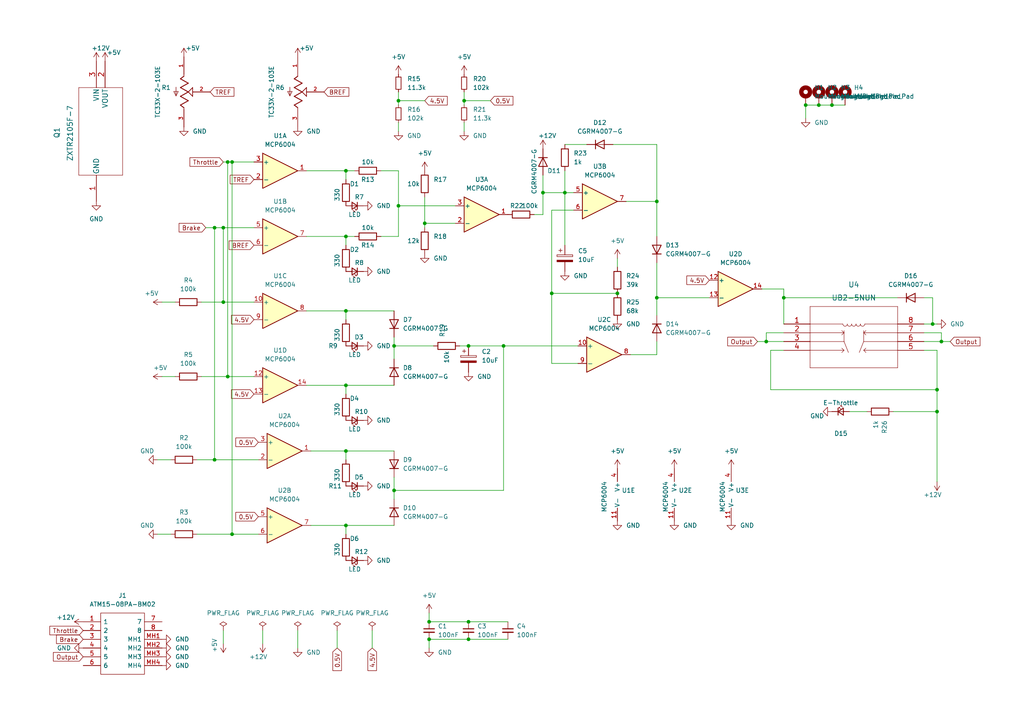
<source format=kicad_sch>
(kicad_sch (version 20211123) (generator eeschema)
  (paper "A4")
  (title_block (date "2022-11-03") (rev "v02"))
  (lib_symbols
    (symbol "ATM15:ATM15-08PA-BM02" (pin_names (offset 0.762))
      (property "Reference" "J" (at 19.05 7.62 0))
      (property "Value" "ATM15-08PA-BM02" (at 19.05 5.08 0))
      (symbol "ATM15-08PA-BM02_0_0"
        (pin passive line (at 0 0 0) (length 5.08) (name "1") (number "1"))
        (pin passive line (at 0 -2.54 0) (length 5.08) (name "2") (number "2"))
        (pin passive line (at 0 -5.08 0) (length 5.08) (name "3") (number "3"))
        (pin passive line (at 0 -7.62 0) (length 5.08) (name "4") (number "4"))
        (pin passive line (at 0 -10.16 0) (length 5.08) (name "5") (number "5"))
        (pin passive line (at 0 -12.7 0) (length 5.08) (name "6") (number "6"))
        (pin passive line (at 22.86 0 180) (length 5.08) (name "7") (number "7"))
        (pin passive line (at 22.86 -2.54 180) (length 5.08) (name "8") (number "8"))
        (pin passive line (at 22.86 -5.08 180) (length 5.08) (name "MH1") (number "MH1"))
        (pin passive line (at 22.86 -7.62 180) (length 5.08) (name "MH2") (number "MH2"))
        (pin passive line (at 22.86 -10.16 180) (length 5.08) (name "MH3") (number "MH3"))
        (pin passive line (at 22.86 -12.7 180) (length 5.08) (name "MH4") (number "MH4"))
      )
    )
    (symbol "Amplifier_Operational:MCP6004" (pin_names (offset 0.127))
      (property "Reference" "U" (at 0 5.08 0))
      (property "Value" "MCP6004" (at 0 -5.08 0))
      (symbol "MCP6004_1_1"
        (pin output line (at 7.62 0 180) (length 2.54) (name "~") (number "1"))
        (pin input line (at -7.62 -2.54 0) (length 2.54) (name "-") (number "2"))
        (pin input line (at -7.62 2.54 0) (length 2.54) (name "+") (number "3"))
      )
      (symbol "MCP6004_2_1"
        (pin input line (at -7.62 2.54 0) (length 2.54) (name "+") (number "5"))
        (pin input line (at -7.62 -2.54 0) (length 2.54) (name "-") (number "6"))
        (pin output line (at 7.62 0 180) (length 2.54) (name "~") (number "7"))
      )
      (symbol "MCP6004_3_1"
        (pin input line (at -7.62 2.54 0) (length 2.54) (name "+") (number "10"))
        (pin output line (at 7.62 0 180) (length 2.54) (name "~") (number "8"))
        (pin input line (at -7.62 -2.54 0) (length 2.54) (name "-") (number "9"))
      )
      (symbol "MCP6004_4_1"
        (pin input line (at -7.62 2.54 0) (length 2.54) (name "+") (number "12"))
        (pin input line (at -7.62 -2.54 0) (length 2.54) (name "-") (number "13"))
        (pin output line (at 7.62 0 180) (length 2.54) (name "~") (number "14"))
      )
      (symbol "MCP6004_5_1"
        (pin power_in line (at -2.54 -7.62 90) (length 3.81) (name "V-") (number "11"))
        (pin power_in line (at -2.54 7.62 270) (length 3.81) (name "V+") (number "4"))
      )
    )
    (symbol "Device:C_Polarized" (pin_numbers hide) (pin_names (offset 0.254))
      (property "Reference" "C" (at 0.635 2.54 0))
      (property "Value" "C_Polarized" (at 0.635 -2.54 0))
      (symbol "C_Polarized_1_1"
        (pin passive line (at 0 3.81 270) (length 2.794) (name "~") (number "1"))
        (pin passive line (at 0 -3.81 90) (length 2.794) (name "~") (number "2"))
      )
    )
    (symbol "Device:C_Small" (pin_numbers hide) (pin_names (offset 0.254) hide)
      (property "Reference" "C" (at 0.254 1.778 0))
      (property "Value" "C_Small" (at 0.254 -2.032 0))
      (symbol "C_Small_1_1"
        (pin passive line (at 0 2.54 270) (length 2.032) (name "~") (number "1"))
        (pin passive line (at 0 -2.54 90) (length 2.032) (name "~") (number "2"))
      )
    )
    (symbol "Device:LED_Small" (pin_numbers hide) (pin_names (offset 0.254) hide)
      (property "Reference" "D" (at -1.27 3.175 0))
      (property "Value" "LED_Small" (at -4.445 -2.54 0))
      (symbol "LED_Small_1_1"
        (pin passive line (at -2.54 0 0) (length 1.778) (name "K") (number "1"))
        (pin passive line (at 2.54 0 180) (length 1.778) (name "A") (number "2"))
      )
    )
    (symbol "Device:R" (pin_numbers hide) (pin_names (offset 0))
      (property "Reference" "R" (at 2.032 0 90))
      (property "Value" "R" (at 0 0 90))
      (symbol "R_1_1"
        (pin passive line (at 0 3.81 270) (length 1.27) (name "~") (number "1"))
        (pin passive line (at 0 -3.81 90) (length 1.27) (name "~") (number "2"))
      )
    )
    (symbol "Device:R_Small" (pin_numbers hide) (pin_names (offset 0.254) hide)
      (property "Reference" "R" (at 0.762 0.508 0))
      (property "Value" "R_Small" (at 0.762 -1.016 0))
      (symbol "R_Small_1_1"
        (pin passive line (at 0 2.54 270) (length 0.762) (name "~") (number "1"))
        (pin passive line (at 0 -2.54 90) (length 0.762) (name "~") (number "2"))
      )
    )
    (symbol "Diode:1N5401" (pin_numbers hide) (pin_names (offset 1.016) hide)
      (property "Reference" "D" (at 0 2.54 0))
      (property "Value" "1N5401" (at 0 -2.54 0))
      (symbol "1N5401_1_1"
        (pin passive line (at -3.81 0 0) (length 2.54) (name "K") (number "1"))
        (pin passive line (at 3.81 0 180) (length 2.54) (name "A") (number "2"))
      )
    )
    (symbol "Mechanical:MountingHole_Pad" (pin_numbers hide) (pin_names (offset 1.016) hide)
      (property "Reference" "H" (at 0 6.35 0))
      (property "Value" "MountingHole_Pad" (at 0 4.445 0))
      (symbol "MountingHole_Pad_1_1"
        (pin input line (at 0 -2.54 90) (length 2.54) (name "1") (number "1"))
      )
    )
    (symbol "TC33X-2-103E:TC33X-2-103E" (pin_names (offset 1.016) hide)
      (property "Reference" "R" (at 3.048 3.81 0))
      (property "Value" "TC33X-2-103E" (at 2.54 -5.08 0))
      (symbol "TC33X-2-103E_0_0"
        (pin passive line (at -10.16 0 0) (length 5.08) (name "~") (number "1"))
        (pin passive line (at 0 7.62 270) (length 5.08) (name "~") (number "2"))
        (pin passive line (at 10.16 0 180) (length 5.08) (name "~") (number "3"))
      )
    )
    (symbol "UB2-5NUN:UB2-5NUN" (pin_names (offset 0.254) hide)
      (property "Reference" "U" (at 20.32 10.16 0))
      (property "Value" "UB2-5NUN" (at 20.32 7.62 0))
      (symbol "UB2-5NUN_1_1"
        (pin unspecified line (at 0 0 0) (length 7.62) (name "1") (number "1"))
        (pin unspecified line (at 0 -2.54 0) (length 7.62) (name "2") (number "2"))
        (pin unspecified line (at 0 -5.08 0) (length 7.62) (name "3") (number "3"))
        (pin unspecified line (at 0 -7.62 0) (length 7.62) (name "4") (number "4"))
        (pin unspecified line (at 40.64 -7.62 180) (length 7.62) (name "5") (number "5"))
        (pin unspecified line (at 40.64 -5.08 180) (length 7.62) (name "6") (number "6"))
        (pin unspecified line (at 40.64 -2.54 180) (length 7.62) (name "7") (number "7"))
        (pin unspecified line (at 40.64 0 180) (length 7.62) (name "8") (number "8"))
      )
    )
    (symbol "ZXTR2105F-7:ZXTR2105F-7" (pin_names (offset 0.254))
      (property "Reference" "Q" (at 20.32 10.16 0))
      (property "Value" "ZXTR2105F-7" (at 20.32 7.62 0))
      (symbol "ZXTR2105F-7_1_1"
        (pin power_in line (at 0 0 0) (length 7.62) (name "GND") (number "1"))
        (pin output line (at 40.64 -2.54 180) (length 7.62) (name "VOUT") (number "2"))
        (pin power_in line (at 40.64 0 180) (length 7.62) (name "VIN") (number "3"))
      )
    )
    (symbol "power:+12V" (power) (pin_names (offset 0))
      (property "Value" "+12V" (at 0 3.556 0))
      (symbol "+12V_1_1"
        (pin power_in line (at 0 0 90) (length 0) hide (name "+12V") (number "1"))
      )
    )
    (symbol "power:+5V" (power) (pin_names (offset 0))
      (property "Value" "+5V" (at 0 3.556 0))
      (symbol "+5V_1_1"
        (pin power_in line (at 0 0 90) (length 0) hide (name "+5V") (number "1"))
      )
    )
    (symbol "power:GND" (power) (pin_names (offset 0))
      (property "Value" "GND" (at 0 -3.81 0))
      (symbol "GND_1_1"
        (pin power_in line (at 0 0 270) (length 0) hide (name "GND") (number "1"))
      )
    )
    (symbol "power:PWR_FLAG" (power) (pin_numbers hide) (pin_names (offset 0) hide)
      (property "Value" "PWR_FLAG" (at 0 3.81 0))
      (symbol "PWR_FLAG_0_0"
        (pin power_out line (at 0 0 90) (length 0) (name "pwr") (number "1"))
      )
    )
  )
  (junction (at 227.33 86.36))
  (junction (at 134.62 29.21))
  (junction (at 124.46 180.34))
  (junction (at 135.89 100.33))
  (junction (at 100.33 68.58))
  (junction (at 135.89 185.42))
  (junction (at 190.5 58.42))
  (junction (at 271.78 113.03))
  (junction (at 62.23 133.35))
  (junction (at 114.3 142.24))
  (junction (at 100.33 49.53))
  (junction (at 270.51 93.98))
  (junction (at 100.33 111.76))
  (junction (at 163.83 55.88))
  (junction (at 179.07 85.09))
  (junction (at 115.57 29.21))
  (junction (at 123.19 64.77))
  (junction (at 67.31 46.99))
  (junction (at 100.33 130.81))
  (junction (at 66.04 46.99))
  (junction (at 64.77 66.04))
  (junction (at 273.05 99.06))
  (junction (at 67.31 154.94))
  (junction (at 115.57 59.69))
  (junction (at 135.89 180.34))
  (junction (at 100.33 152.4))
  (junction (at 114.3 100.33))
  (junction (at 190.5 86.36))
  (junction (at 237.49 30.48))
  (junction (at 222.25 99.06))
  (junction (at 64.77 87.63))
  (junction (at 160.02 85.09))
  (junction (at 100.33 90.17))
  (junction (at 241.3 30.48))
  (junction (at 233.68 30.48))
  (junction (at 271.78 119.38))
  (junction (at 124.46 185.42))
  (junction (at 146.05 100.33))
  (junction (at 157.48 55.88))
  (junction (at 66.04 109.22))
  (junction (at 62.23 66.04))
  (wire (pts (xy 160.02 60.96) (xy 166.37 60.96)))
  (wire (pts (xy 124.46 185.42) (xy 135.89 185.42)))
  (wire (pts (xy 110.49 49.53) (xy 115.57 49.53)))
  (wire (pts (xy 160.02 85.09) (xy 179.07 85.09)))
  (wire (pts (xy 88.9 68.58) (xy 100.33 68.58)))
  (wire (pts (xy 66.04 46.99) (xy 66.04 109.22)))
  (wire (pts (xy 58.42 109.22) (xy 66.04 109.22)))
  (wire (pts (xy 100.33 68.58) (xy 102.87 68.58)))
  (wire (pts (xy 100.33 68.58) (xy 100.33 71.12)))
  (wire (pts (xy 115.57 26.67) (xy 115.57 29.21)))
  (wire (pts (xy 100.33 111.76) (xy 114.3 111.76)))
  (wire (pts (xy 124.46 177.8) (xy 124.46 180.34)))
  (wire (pts (xy 219.71 99.06) (xy 222.25 99.06)))
  (wire (pts (xy 67.31 46.99) (xy 67.31 154.94)))
  (wire (pts (xy 270.51 86.36) (xy 267.97 86.36)))
  (wire (pts (xy 100.33 111.76) (xy 100.33 114.3)))
  (wire (pts (xy 182.88 102.87) (xy 190.5 102.87)))
  (wire (pts (xy 97.79 182.88) (xy 97.79 187.96)))
  (wire (pts (xy 46.99 109.22) (xy 50.8 109.22)))
  (wire (pts (xy 90.17 130.81) (xy 100.33 130.81)))
  (wire (pts (xy 100.33 90.17) (xy 114.3 90.17)))
  (wire (pts (xy 227.33 86.36) (xy 227.33 93.98)))
  (wire (pts (xy 62.23 66.04) (xy 64.77 66.04)))
  (wire (pts (xy 86.36 182.88) (xy 86.36 187.96)))
  (wire (pts (xy 135.89 185.42) (xy 147.32 185.42)))
  (wire (pts (xy 114.3 138.43) (xy 114.3 142.24)))
  (wire (pts (xy 270.51 93.98) (xy 270.51 86.36)))
  (wire (pts (xy 115.57 59.69) (xy 132.08 59.69)))
  (wire (pts (xy 241.3 30.48) (xy 245.11 30.48)))
  (wire (pts (xy 114.3 142.24) (xy 146.05 142.24)))
  (wire (pts (xy 271.78 119.38) (xy 271.78 139.7)))
  (wire (pts (xy 133.35 100.33) (xy 135.89 100.33)))
  (wire (pts (xy 100.33 49.53) (xy 102.87 49.53)))
  (wire (pts (xy 59.69 66.04) (xy 62.23 66.04)))
  (wire (pts (xy 259.08 119.38) (xy 271.78 119.38)))
  (wire (pts (xy 135.89 100.33) (xy 146.05 100.33)))
  (wire (pts (xy 114.3 142.24) (xy 114.3 144.78)))
  (wire (pts (xy 100.33 130.81) (xy 114.3 130.81)))
  (wire (pts (xy 270.51 93.98) (xy 271.78 93.98)))
  (wire (pts (xy 67.31 154.94) (xy 74.93 154.94)))
  (wire (pts (xy 62.23 66.04) (xy 62.23 133.35)))
  (wire (pts (xy 179.07 74.93) (xy 179.07 77.47)))
  (wire (pts (xy 227.33 96.52) (xy 222.25 96.52)))
  (wire (pts (xy 57.15 133.35) (xy 62.23 133.35)))
  (wire (pts (xy 146.05 142.24) (xy 146.05 100.33)))
  (wire (pts (xy 64.77 182.88) (xy 64.77 186.69)))
  (wire (pts (xy 220.98 83.82) (xy 227.33 83.82)))
  (wire (pts (xy 190.5 58.42) (xy 190.5 68.58)))
  (wire (pts (xy 223.52 101.6) (xy 227.33 101.6)))
  (wire (pts (xy 115.57 49.53) (xy 115.57 59.69)))
  (wire (pts (xy 205.74 86.36) (xy 190.5 86.36)))
  (wire (pts (xy 157.48 55.88) (xy 157.48 62.23)))
  (wire (pts (xy 88.9 49.53) (xy 100.33 49.53)))
  (wire (pts (xy 134.62 35.56) (xy 134.62 38.1)))
  (wire (pts (xy 222.25 96.52) (xy 222.25 99.06)))
  (wire (pts (xy 88.9 111.76) (xy 100.33 111.76)))
  (wire (pts (xy 100.33 130.81) (xy 100.33 133.35)))
  (wire (pts (xy 134.62 29.21) (xy 142.24 29.21)))
  (wire (pts (xy 157.48 55.88) (xy 163.83 55.88)))
  (wire (pts (xy 271.78 113.03) (xy 271.78 101.6)))
  (wire (pts (xy 100.33 152.4) (xy 114.3 152.4)))
  (wire (pts (xy 67.31 46.99) (xy 73.66 46.99)))
  (wire (pts (xy 64.77 66.04) (xy 64.77 87.63)))
  (wire (pts (xy 64.77 46.99) (xy 66.04 46.99)))
  (wire (pts (xy 88.9 90.17) (xy 100.33 90.17)))
  (wire (pts (xy 267.97 99.06) (xy 273.05 99.06)))
  (wire (pts (xy 251.46 119.38) (xy 246.38 119.38)))
  (wire (pts (xy 124.46 185.42) (xy 124.46 187.96)))
  (wire (pts (xy 134.62 29.21) (xy 134.62 30.48)))
  (wire (pts (xy 64.77 66.04) (xy 73.66 66.04)))
  (wire (pts (xy 222.25 99.06) (xy 227.33 99.06)))
  (wire (pts (xy 271.78 101.6) (xy 267.97 101.6)))
  (wire (pts (xy 124.46 180.34) (xy 135.89 180.34)))
  (wire (pts (xy 223.52 113.03) (xy 271.78 113.03)))
  (wire (pts (xy 100.33 152.4) (xy 100.33 154.94)))
  (wire (pts (xy 273.05 99.06) (xy 275.59 99.06)))
  (wire (pts (xy 115.57 29.21) (xy 115.57 30.48)))
  (wire (pts (xy 58.42 87.63) (xy 64.77 87.63)))
  (wire (pts (xy 115.57 59.69) (xy 115.57 68.58)))
  (wire (pts (xy 100.33 49.53) (xy 100.33 52.07)))
  (wire (pts (xy 123.19 57.15) (xy 123.19 64.77)))
  (wire (pts (xy 181.61 58.42) (xy 190.5 58.42)))
  (wire (pts (xy 114.3 100.33) (xy 114.3 104.14)))
  (wire (pts (xy 115.57 35.56) (xy 115.57 38.1)))
  (wire (pts (xy 57.15 154.94) (xy 67.31 154.94)))
  (wire (pts (xy 190.5 99.06) (xy 190.5 102.87)))
  (wire (pts (xy 123.19 64.77) (xy 123.19 66.04)))
  (wire (pts (xy 62.23 133.35) (xy 74.93 133.35)))
  (wire (pts (xy 100.33 90.17) (xy 100.33 92.71)))
  (wire (pts (xy 76.2 182.88) (xy 76.2 186.69)))
  (wire (pts (xy 227.33 83.82) (xy 227.33 86.36)))
  (wire (pts (xy 157.48 50.8) (xy 157.48 55.88)))
  (wire (pts (xy 271.78 113.03) (xy 271.78 119.38)))
  (wire (pts (xy 163.83 49.53) (xy 163.83 55.88)))
  (wire (pts (xy 115.57 29.21) (xy 123.19 29.21)))
  (wire (pts (xy 267.97 96.52) (xy 273.05 96.52)))
  (wire (pts (xy 167.64 105.41) (xy 160.02 105.41)))
  (wire (pts (xy 267.97 93.98) (xy 270.51 93.98)))
  (wire (pts (xy 163.83 41.91) (xy 170.18 41.91)))
  (wire (pts (xy 123.19 64.77) (xy 132.08 64.77)))
  (wire (pts (xy 190.5 86.36) (xy 190.5 91.44)))
  (wire (pts (xy 135.89 180.34) (xy 147.32 180.34)))
  (wire (pts (xy 160.02 60.96) (xy 160.02 85.09)))
  (wire (pts (xy 177.8 41.91) (xy 190.5 41.91)))
  (wire (pts (xy 46.99 87.63) (xy 50.8 87.63)))
  (wire (pts (xy 90.17 152.4) (xy 100.33 152.4)))
  (wire (pts (xy 110.49 68.58) (xy 115.57 68.58)))
  (wire (pts (xy 154.94 62.23) (xy 157.48 62.23)))
  (wire (pts (xy 233.68 30.48) (xy 237.49 30.48)))
  (wire (pts (xy 190.5 76.2) (xy 190.5 86.36)))
  (wire (pts (xy 45.72 133.35) (xy 49.53 133.35)))
  (wire (pts (xy 66.04 109.22) (xy 73.66 109.22)))
  (wire (pts (xy 227.33 86.36) (xy 260.35 86.36)))
  (wire (pts (xy 160.02 85.09) (xy 160.02 105.41)))
  (wire (pts (xy 64.77 87.63) (xy 73.66 87.63)))
  (wire (pts (xy 163.83 55.88) (xy 163.83 71.12)))
  (wire (pts (xy 273.05 96.52) (xy 273.05 99.06)))
  (wire (pts (xy 66.04 46.99) (xy 67.31 46.99)))
  (wire (pts (xy 114.3 100.33) (xy 125.73 100.33)))
  (wire (pts (xy 237.49 30.48) (xy 241.3 30.48)))
  (wire (pts (xy 134.62 26.67) (xy 134.62 29.21)))
  (wire (pts (xy 163.83 55.88) (xy 166.37 55.88)))
  (wire (pts (xy 223.52 113.03) (xy 223.52 101.6)))
  (wire (pts (xy 233.68 30.48) (xy 233.68 34.29)))
  (wire (pts (xy 190.5 41.91) (xy 190.5 58.42)))
  (wire (pts (xy 45.72 154.94) (xy 49.53 154.94)))
  (wire (pts (xy 107.95 182.88) (xy 107.95 187.96)))
  (wire (pts (xy 146.05 100.33) (xy 167.64 100.33)))
  (wire (pts (xy 114.3 97.79) (xy 114.3 100.33)))
  (global_label "4.5V" (shape input) (at 107.95 187.96 270) (property "Intersheet References" "${INTERSHEET_REFS}" (effects hide)))
  (global_label "BREF" (shape input) (at 93.98 26.67 0) (property "Intersheet References" "${INTERSHEET_REFS}" (effects hide)))
  (global_label "BREF" (shape input) (at 73.66 71.12 180) (property "Intersheet References" "${INTERSHEET_REFS}" (effects hide)))
  (global_label "0.5V" (shape input) (at 74.93 128.27 180) (property "Intersheet References" "${INTERSHEET_REFS}" (effects hide)))
  (global_label "TREF" (shape input) (at 60.96 26.67 0) (property "Intersheet References" "${INTERSHEET_REFS}" (effects hide)))
  (global_label "4.5V" (shape input) (at 123.19 29.21 0) (property "Intersheet References" "${INTERSHEET_REFS}" (effects hide)))
  (global_label "Throttle" (shape input) (at 24.13 182.88 180) (property "Intersheet References" "${INTERSHEET_REFS}" (effects hide)))
  (global_label "4.5V" (shape input) (at 205.74 81.28 180) (property "Intersheet References" "${INTERSHEET_REFS}" (effects hide)))
  (global_label "TREF" (shape input) (at 73.66 52.07 180) (property "Intersheet References" "${INTERSHEET_REFS}" (effects hide)))
  (global_label "Brake" (shape input) (at 59.69 66.04 180) (property "Intersheet References" "${INTERSHEET_REFS}" (effects hide)))
  (global_label "0.5V" (shape input) (at 97.79 187.96 270) (property "Intersheet References" "${INTERSHEET_REFS}" (effects hide)))
  (global_label "Output" (shape input) (at 219.71 99.06 180) (property "Intersheet References" "${INTERSHEET_REFS}" (effects hide)))
  (global_label "0.5V" (shape input) (at 142.24 29.21 0) (property "Intersheet References" "${INTERSHEET_REFS}" (effects hide)))
  (global_label "4.5V" (shape input) (at 73.66 114.3 180) (property "Intersheet References" "${INTERSHEET_REFS}" (effects hide)))
  (global_label "4.5V" (shape input) (at 73.66 92.71 180) (property "Intersheet References" "${INTERSHEET_REFS}" (effects hide)))
  (global_label "0.5V" (shape input) (at 74.93 149.86 180) (property "Intersheet References" "${INTERSHEET_REFS}" (effects hide)))
  (global_label "Throttle" (shape input) (at 64.77 46.99 180) (property "Intersheet References" "${INTERSHEET_REFS}" (effects hide)))
  (global_label "Output" (shape input) (at 24.13 190.5 180) (property "Intersheet References" "${INTERSHEET_REFS}" (effects hide)))
  (global_label "Output" (shape input) (at 275.59 99.06 0) (property "Intersheet References" "${INTERSHEET_REFS}" (effects hide)))
  (global_label "Brake" (shape input) (at 24.13 185.42 180) (property "Intersheet References" "${INTERSHEET_REFS}" (effects hide)))
  (symbol (lib_id "Device:R") (at 100.33 96.52 0) (unit 1)
    (property "Reference" "R9" (at 95.25 100.33 0) (effects (justify left)))
    (property "Value" "330" (at 97.79 99.06 90) (effects (justify left)))
    (property "Footprint" "Resistor_SMD:R_01005_0402Metric" (effects hide))
  )
  (symbol (lib_id "Device:R") (at 100.33 55.88 0) (unit 1)
    (property "Reference" "R7" (at 102.87 57.15 0) (effects (justify left)))
    (property "Value" "330" (at 97.79 58.42 90) (effects (justify left)))
    (property "Footprint" "Resistor_SMD:R_01005_0402Metric" (effects hide))
  )
  (symbol (lib_id "Device:LED_Small") (at 102.87 121.92 180) (unit 1)
    (property "Reference" "D4" (at 102.8065 115.57 0))
    (property "Value" "LED" (at 102.87 124.46 0))
    (property "Footprint" "LED_SMD:LED_0402_1005Metric" (effects hide))
    (property "Datasheet" "https://www.vishay.com/docs/82554/vlmo1500.pdf" (effects hide))
  )
  (symbol (lib_id "Amplifier_Operational:MCP6004") (at 81.28 68.58 0) (unit 2)
    (property "Reference" "U1" (at 81.28 58.42 0))
    (property "Value" "MCP6004" (at 81.28 60.96 0))
    (property "Footprint" "MCP6004T-I_ST:SOP65P640X120-14N" (effects hide))
    (property "Datasheet" "https://ww1.microchip.com/downloads/en/DeviceDoc/MCP6001-1R-1U-2-4-1-MHz-Low-Power-Op-Amp-DS20001733L.pdf" (effects hide))
  )
  (symbol (lib_id "Amplifier_Operational:MCP6004") (at 81.28 111.76 0) (unit 4)
    (property "Reference" "U1" (at 81.28 101.6 0))
    (property "Value" "MCP6004" (at 81.28 104.14 0))
    (property "Footprint" "MCP6004T-I_ST:SOP65P640X120-14N" (effects hide))
    (property "Datasheet" "https://ww1.microchip.com/downloads/en/DeviceDoc/MCP6001-1R-1U-2-4-1-MHz-Low-Power-Op-Amp-DS20001733L.pdf" (effects hide))
  )
  (symbol (lib_id "power:+12V") (at 76.2 186.69 180) (unit 1)
    (property "Reference" "#PWR017" (effects hide))
    (property "Value" "+12V" (at 74.93 190.5 0))
  )
  (symbol (lib_id "Device:R") (at 100.33 158.75 0) (unit 1)
    (property "Reference" "R12" (at 102.87 160.02 0) (effects (justify left)))
    (property "Value" "330" (at 97.79 161.29 90) (effects (justify left)))
    (property "Footprint" "Resistor_SMD:R_01005_0402Metric" (effects hide))
  )
  (symbol (lib_id "power:+5V") (at 53.34 16.51 0) (unit 1)
    (property "Reference" "#PWR014" (effects hide))
    (property "Value" "+5V" (at 55.88 13.97 0))
  )
  (symbol (lib_id "power:GND") (at 105.41 78.74 90) (unit 1)
    (property "Reference" "#PWR022" (effects hide))
    (property "Value" "GND" (at 109.22 78.7399 90) (effects (justify right)))
  )
  (symbol (lib_id "power:GND") (at 241.3 119.38 270) (unit 1)
    (property "Reference" "#PWR047" (effects hide))
    (property "Value" "GND" (at 234.95 120.65 90) (effects (justify left)))
  )
  (symbol (lib_id "Amplifier_Operational:MCP6004") (at 214.63 143.51 0) (unit 5)
    (property "Reference" "U3" (at 213.36 142.2399 0) (effects (justify left)))
    (property "Value" "MCP6004" (at 209.55 148.59 90) (effects (justify left)))
    (property "Footprint" "MCP6004T-I_ST:SOP65P640X120-14N" (effects hide))
    (property "Datasheet" "https://ww1.microchip.com/downloads/en/DeviceDoc/MCP6001-1R-1U-2-4-1-MHz-Low-Power-Op-Amp-DS20001733L.pdf" (effects hide))
  )
  (symbol (lib_id "power:GND") (at 134.62 38.1 0) (unit 1)
    (property "Reference" "#PWR034" (effects hide))
    (property "Value" "GND" (at 137.16 39.3699 0) (effects (justify left)))
  )
  (symbol (lib_id "Device:R") (at 179.07 88.9 0) (unit 1)
    (property "Reference" "R25" (at 181.61 87.6299 0) (effects (justify left)))
    (property "Value" "68k" (at 181.61 90.1699 0) (effects (justify left)))
    (property "Footprint" "Resistor_SMD:R_01005_0402Metric" (effects hide))
  )
  (symbol (lib_id "power:GND") (at 46.99 193.04 90) (unit 1)
    (property "Reference" "#PWR013" (effects hide))
    (property "Value" "GND" (at 50.8 193.0399 90) (effects (justify right)))
  )
  (symbol (lib_id "Diode:1N5401") (at 190.5 72.39 90) (unit 1)
    (property "Reference" "D13" (at 193.04 71.1199 90) (effects (justify right)))
    (property "Value" "CGRM4007-G" (at 193.04 73.6599 90) (effects (justify right)))
    (property "Footprint" "Diode_SMD:D_SOD-123" (effects hide))
    (property "Datasheet" "https://www.comchiptech.com/admin/files/product/CGRM4004-G%20Thru%20CGRM4007-G%20RevG.pdf" (effects hide))
  )
  (symbol (lib_id "Device:R") (at 123.19 69.85 0) (unit 1)
    (property "Reference" "R18" (at 125.73 68.5799 0) (effects (justify left)))
    (property "Value" "12k" (at 118.11 69.85 0) (effects (justify left)))
    (property "Footprint" "Resistor_SMD:R_01005_0402Metric" (effects hide))
  )
  (symbol (lib_id "power:+5V") (at 123.19 49.53 0) (unit 1)
    (property "Reference" "#PWR029" (effects hide))
    (property "Value" "+5V" (at 123.19 44.45 0))
  )
  (symbol (lib_id "power:GND") (at 179.07 92.71 0) (unit 1)
    (property "Reference" "#PWR039" (effects hide))
    (property "Value" "GND" (at 181.61 93.9799 0) (effects (justify left)))
  )
  (symbol (lib_id "Device:C_Small") (at 124.46 182.88 0) (unit 1)
    (property "Reference" "C1" (at 127 181.6162 0) (effects (justify left)))
    (property "Value" "100nF" (at 127 184.1562 0) (effects (justify left)))
    (property "Footprint" "Capacitor_SMD:C_0201_0603Metric" (effects hide))
    (property "Datasheet" "https://search.murata.co.jp/Ceramy/image/img/A01X/G101/ENG/GRM033R60J104KE19-01.pdf" (effects hide))
  )
  (symbol (lib_id "power:+5V") (at 46.99 109.22 90) (unit 1)
    (property "Reference" "#PWR09" (effects hide))
    (property "Value" "+5V" (at 44.45 106.68 90) (effects (justify right)))
  )
  (symbol (lib_id "UB2-5NUN:UB2-5NUN") (at 227.33 93.98 0) (unit 1)
    (property "Reference" "U4" (at 247.65 82.55 0) (effects (font (size 1.524 1.524))))
    (property "Value" "UB2-5NUN" (at 247.65 86.36 0) (effects (font (size 1.524 1.524))))
    (property "Footprint" "UB2-5NUN:UB2-5NUN" (effects hide))
    (property "Datasheet" "https://www.mouser.com/datasheet/2/212/1/KEM_R7004_UA2_UB2-1104582.pdf" (effects hide))
  )
  (symbol (lib_id "power:GND") (at 163.83 78.74 0) (unit 1)
    (property "Reference" "#PWR037" (effects hide))
    (property "Value" "GND" (at 166.37 80.0099 0) (effects (justify left)))
  )
  (symbol (lib_id "power:GND") (at 86.36 187.96 0) (unit 1)
    (property "Reference" "#PWR020" (effects hide))
    (property "Value" "GND" (at 88.9 189.2299 0) (effects (justify left)))
  )
  (symbol (lib_id "power:GND") (at 195.58 151.13 0) (unit 1)
    (property "Reference" "#PWR043" (effects hide))
    (property "Value" "GND" (at 198.12 152.3999 0) (effects (justify left)))
  )
  (symbol (lib_id "Amplifier_Operational:MCP6004") (at 198.12 143.51 0) (unit 5)
    (property "Reference" "U2" (at 196.85 142.2399 0) (effects (justify left)))
    (property "Value" "MCP6004" (at 193.04 148.59 90) (effects (justify left)))
    (property "Footprint" "MCP6004T-I_ST:SOP65P640X120-14N" (effects hide))
    (property "Datasheet" "https://ww1.microchip.com/downloads/en/DeviceDoc/MCP6001-1R-1U-2-4-1-MHz-Low-Power-Op-Amp-DS20001733L.pdf" (effects hide))
  )
  (symbol (lib_id "Device:R") (at 151.13 62.23 90) (unit 1)
    (property "Reference" "R22" (at 149.86 59.69 90))
    (property "Value" "100k" (at 153.67 59.69 90))
    (property "Footprint" "Resistor_SMD:R_01005_0402Metric" (effects hide))
  )
  (symbol (lib_id "power:GND") (at 124.46 187.96 0) (unit 1)
    (property "Reference" "#PWR032" (effects hide))
    (property "Value" "GND" (at 127 189.2299 0) (effects (justify left)))
  )
  (symbol (lib_id "power:+12V") (at 271.78 139.7 180) (unit 1)
    (property "Reference" "#PWR049" (effects hide))
    (property "Value" "+12V" (at 270.51 143.51 0))
  )
  (symbol (lib_id "Device:C_Polarized") (at 163.83 74.93 0) (unit 1)
    (property "Reference" "C5" (at 167.64 72.7709 0) (effects (justify left)))
    (property "Value" "10uF" (at 167.64 75.3109 0) (effects (justify left)))
    (property "Footprint" "Capacitor_SMD:C_0805_2012Metric" (effects hide))
    (property "Datasheet" "https://www.mouser.com/datasheet/2/40/AVXC_S_A0011956880_1-2538102.pdf" (effects hide))
  )
  (symbol (lib_id "Device:R") (at 179.07 81.28 0) (unit 1)
    (property "Reference" "R24" (at 181.61 80.0099 0) (effects (justify left)))
    (property "Value" "39k" (at 181.61 82.5499 0) (effects (justify left)))
    (property "Footprint" "Resistor_SMD:R_01005_0402Metric" (effects hide))
  )
  (symbol (lib_id "power:GND") (at 46.99 185.42 90) (unit 1)
    (property "Reference" "#PWR010" (effects hide))
    (property "Value" "GND" (at 50.8 185.4199 90) (effects (justify right)))
  )
  (symbol (lib_id "power:GND") (at 179.07 151.13 0) (unit 1)
    (property "Reference" "#PWR041" (effects hide))
    (property "Value" "GND" (at 181.61 152.3999 0) (effects (justify left)))
  )
  (symbol (lib_id "Diode:1N5401") (at 114.3 93.98 90) (unit 1)
    (property "Reference" "D7" (at 116.84 92.7099 90) (effects (justify right)))
    (property "Value" "CGRM4007-G" (at 116.84 95.2499 90) (effects (justify right)))
    (property "Footprint" "Diode_SMD:D_SOD-123" (effects hide))
    (property "Datasheet" "https://www.comchiptech.com/admin/files/product/CGRM4004-G%20Thru%20CGRM4007-G%20RevG.pdf" (effects hide))
  )
  (symbol (lib_id "power:PWR_FLAG") (at 97.79 182.88 0) (unit 1)
    (property "Reference" "#FLG04" (effects hide))
    (property "Value" "PWR_FLAG" (at 97.79 177.8 0))
  )
  (symbol (lib_id "Device:R") (at 54.61 87.63 90) (unit 1)
    (property "Reference" "R4" (at 54.61 81.28 90))
    (property "Value" "100k" (at 54.61 83.82 90))
    (property "Footprint" "Resistor_SMD:R_01005_0402Metric" (effects hide))
  )
  (symbol (lib_id "power:+5V") (at 46.99 87.63 90) (unit 1)
    (property "Reference" "#PWR08" (effects hide))
    (property "Value" "+5V" (at 41.91 85.09 90) (effects (justify right)))
  )
  (symbol (lib_id "Device:R") (at 100.33 74.93 0) (unit 1)
    (property "Reference" "R8" (at 102.87 76.2 0) (effects (justify left)))
    (property "Value" "330" (at 97.79 77.47 90) (effects (justify left)))
    (property "Footprint" "Resistor_SMD:R_01005_0402Metric" (effects hide))
  )
  (symbol (lib_id "Mechanical:MountingHole_Pad") (at 241.3 27.94 0) (unit 1)
    (property "Reference" "H3" (at 243.84 25.3999 0) (effects (justify left)))
    (property "Value" "MountingHole_Pad" (at 243.84 27.9399 0) (effects (justify left)))
    (property "Footprint" "MountingHole:MountingHole_3.5mm_Pad" (effects hide))
  )
  (symbol (lib_id "Device:R") (at 53.34 154.94 90) (unit 1)
    (property "Reference" "R3" (at 53.34 148.59 90))
    (property "Value" "100k" (at 53.34 151.13 90))
    (property "Footprint" "Resistor_SMD:R_01005_0402Metric" (effects hide))
  )
  (symbol (lib_id "Device:R") (at 106.68 68.58 90) (unit 1)
    (property "Reference" "R14" (at 106.68 71.12 90))
    (property "Value" "10k" (at 106.68 66.04 90))
    (property "Footprint" "Resistor_SMD:R_01005_0402Metric" (effects hide))
  )
  (symbol (lib_id "power:GND") (at 123.19 73.66 0) (unit 1)
    (property "Reference" "#PWR030" (effects hide))
    (property "Value" "GND" (at 125.73 74.9299 0) (effects (justify left)))
  )
  (symbol (lib_id "ATM15:ATM15-08PA-BM02") (at 24.13 180.34 0) (unit 1)
    (property "Reference" "J1" (at 35.56 172.72 0))
    (property "Value" "ATM15-08PA-BM02" (at 35.56 175.26 0))
    (property "Footprint" "ATM15-08PA-BM02:ATM1508PABM02" (effects hide))
    (property "Datasheet" "https://www.amphenol-sine.com/pdf/datasheet/ATM15-08PA-BM02.pdf" (effects hide))
    (property "Description" "Automotive Connectors Str Flng Mnt PCB Rcp 8POS Gry Gld Cont A" (effects hide))
    (property "Height" "30.5" (effects hide))
    (property "Manufacturer_Name" "Amphenol" (effects hide))
    (property "Manufacturer_Part_Number" "ATM15-08PA-BM02" (effects hide))
    (property "Mouser Part Number" "654-ATM15-08PA-BM02" (effects hide))
    (property "Mouser Price/Stock" "https://www.mouser.co.uk/ProductDetail/Amphenol-SINE-Systems/ATM15-08PA-BM02?qs=0lSvoLzn4L9m5bxPR%252BF2uA%3D%3D" (effects hide))
  )
  (symbol (lib_id "Device:R_Small") (at 134.62 24.13 0) (unit 1)
    (property "Reference" "R20" (at 137.16 22.8599 0) (effects (justify left)))
    (property "Value" "102k" (at 137.16 25.3999 0) (effects (justify left)))
    (property "Footprint" "Resistor_SMD:R_01005_0402Metric" (effects hide))
  )
  (symbol (lib_id "Device:LED_Small") (at 243.84 119.38 0) (unit 1)
    (property "Reference" "D15" (at 243.9035 125.73 0))
    (property "Value" "E-Throttle" (at 243.84 116.84 0))
    (property "Footprint" "LED_SMD:LED_0402_1005Metric" (effects hide))
    (property "Datasheet" "https://www.vishay.com/docs/82554/vlmo1500.pdf" (effects hide))
  )
  (symbol (lib_id "Amplifier_Operational:MCP6004") (at 81.28 90.17 0) (unit 3)
    (property "Reference" "U1" (at 81.28 80.01 0))
    (property "Value" "MCP6004" (at 81.28 82.55 0))
    (property "Footprint" "MCP6004T-I_ST:SOP65P640X120-14N" (effects hide))
    (property "Datasheet" "https://ww1.microchip.com/downloads/en/DeviceDoc/MCP6001-1R-1U-2-4-1-MHz-Low-Power-Op-Amp-DS20001733L.pdf" (effects hide))
  )
  (symbol (lib_id "Diode:1N5401") (at 190.5 95.25 270) (unit 1)
    (property "Reference" "D14" (at 193.04 93.9799 90) (effects (justify left)))
    (property "Value" "CGRM4007-G" (at 193.04 96.5199 90) (effects (justify left)))
    (property "Footprint" "Diode_SMD:D_SOD-123" (effects hide))
    (property "Datasheet" "https://www.comchiptech.com/admin/files/product/CGRM4004-G%20Thru%20CGRM4007-G%20RevG.pdf" (effects hide))
  )
  (symbol (lib_id "power:GND") (at 212.09 151.13 0) (unit 1)
    (property "Reference" "#PWR045" (effects hide))
    (property "Value" "GND" (at 214.63 152.3999 0) (effects (justify left)))
  )
  (symbol (lib_id "Device:LED_Small") (at 102.87 100.33 180) (unit 1)
    (property "Reference" "D3" (at 104.14 97.79 0))
    (property "Value" "LED" (at 102.87 102.87 0))
    (property "Footprint" "LED_SMD:LED_0402_1005Metric" (effects hide))
    (property "Datasheet" "https://www.vishay.com/docs/82554/vlmo1500.pdf" (effects hide))
  )
  (symbol (lib_id "Amplifier_Operational:MCP6004") (at 175.26 102.87 0) (unit 3)
    (property "Reference" "U2" (at 175.26 92.71 0))
    (property "Value" "MCP6004" (at 175.26 95.25 0))
    (property "Footprint" "MCP6004T-I_ST:SOP65P640X120-14N" (effects hide))
    (property "Datasheet" "https://ww1.microchip.com/downloads/en/DeviceDoc/MCP6001-1R-1U-2-4-1-MHz-Low-Power-Op-Amp-DS20001733L.pdf" (effects hide))
  )
  (symbol (lib_id "power:+5V") (at 134.62 21.59 0) (unit 1)
    (property "Reference" "#PWR033" (effects hide))
    (property "Value" "+5V" (at 134.62 16.51 0))
  )
  (symbol (lib_id "power:GND") (at 105.41 162.56 90) (unit 1)
    (property "Reference" "#PWR026" (effects hide))
    (property "Value" "GND" (at 109.22 162.5599 90) (effects (justify right)))
  )
  (symbol (lib_id "power:PWR_FLAG") (at 64.77 182.88 0) (unit 1)
    (property "Reference" "#FLG01" (effects hide))
    (property "Value" "PWR_FLAG" (at 64.77 177.8 0))
  )
  (symbol (lib_id "power:GND") (at 105.41 121.92 90) (unit 1)
    (property "Reference" "#PWR024" (effects hide))
    (property "Value" "GND" (at 109.22 121.9199 90) (effects (justify right)))
  )
  (symbol (lib_id "Amplifier_Operational:MCP6004") (at 213.36 83.82 0) (unit 4)
    (property "Reference" "U2" (at 213.36 73.66 0))
    (property "Value" "MCP6004" (at 213.36 76.2 0))
    (property "Footprint" "MCP6004T-I_ST:SOP65P640X120-14N" (effects hide))
    (property "Datasheet" "https://ww1.microchip.com/downloads/en/DeviceDoc/MCP6001-1R-1U-2-4-1-MHz-Low-Power-Op-Amp-DS20001733L.pdf" (effects hide))
  )
  (symbol (lib_id "Diode:1N5401") (at 157.48 46.99 270) (unit 1)
    (property "Reference" "D11" (at 158.75 49.53 90) (effects (justify left)))
    (property "Value" "CGRM4007-G" (at 154.94 43.18 0) (effects (justify left)))
    (property "Footprint" "Diode_SMD:D_SOD-123" (effects hide))
    (property "Datasheet" "https://www.comchiptech.com/admin/files/product/CGRM4004-G%20Thru%20CGRM4007-G%20RevG.pdf" (effects hide))
  )
  (symbol (lib_id "power:GND") (at 53.34 36.83 0) (unit 1)
    (property "Reference" "#PWR015" (effects hide))
    (property "Value" "GND" (at 55.88 38.0999 0) (effects (justify left)))
  )
  (symbol (lib_id "power:PWR_FLAG") (at 86.36 182.88 0) (unit 1)
    (property "Reference" "#FLG03" (effects hide))
    (property "Value" "PWR_FLAG" (at 86.36 177.8 0))
  )
  (symbol (lib_id "Device:R") (at 53.34 133.35 90) (unit 1)
    (property "Reference" "R2" (at 53.34 127 90))
    (property "Value" "100k" (at 53.34 129.54 90))
    (property "Footprint" "Resistor_SMD:R_01005_0402Metric" (effects hide))
  )
  (symbol (lib_id "Diode:1N5401") (at 114.3 134.62 90) (unit 1)
    (property "Reference" "D9" (at 116.84 133.3499 90) (effects (justify right)))
    (property "Value" "CGRM4007-G" (at 116.84 135.8899 90) (effects (justify right)))
    (property "Footprint" "Diode_SMD:D_SOD-123" (effects hide))
    (property "Datasheet" "https://www.comchiptech.com/admin/files/product/CGRM4004-G%20Thru%20CGRM4007-G%20RevG.pdf" (effects hide))
  )
  (symbol (lib_id "Diode:1N5401") (at 264.16 86.36 0) (unit 1)
    (property "Reference" "D16" (at 264.16 80.01 0))
    (property "Value" "CGRM4007-G" (at 264.16 82.55 0))
    (property "Footprint" "Diode_SMD:D_SOD-123" (effects hide))
    (property "Datasheet" "https://www.comchiptech.com/admin/files/product/CGRM4004-G%20Thru%20CGRM4007-G%20RevG.pdf" (effects hide))
  )
  (symbol (lib_id "Device:R") (at 129.54 100.33 90) (unit 1)
    (property "Reference" "R19" (at 128.2699 97.79 0) (effects (justify left)))
    (property "Value" "10k" (at 129.54 105.41 0) (effects (justify left)))
    (property "Footprint" "Resistor_SMD:R_01005_0402Metric" (effects hide))
  )
  (symbol (lib_id "power:GND") (at 45.72 154.94 270) (unit 1)
    (property "Reference" "#PWR07" (effects hide))
    (property "Value" "GND" (at 40.64 152.4 90) (effects (justify left)))
  )
  (symbol (lib_id "power:+5V") (at 86.36 16.51 0) (unit 1)
    (property "Reference" "#PWR018" (effects hide))
    (property "Value" "+5V" (at 88.9 13.97 0))
  )
  (symbol (lib_id "power:GND") (at 105.41 140.97 90) (unit 1)
    (property "Reference" "#PWR025" (effects hide))
    (property "Value" "GND" (at 109.22 140.9699 90) (effects (justify right)))
  )
  (symbol (lib_id "Amplifier_Operational:MCP6004") (at 82.55 130.81 0) (unit 1)
    (property "Reference" "U2" (at 82.55 120.65 0))
    (property "Value" "MCP6004" (at 82.55 123.19 0))
    (property "Footprint" "MCP6004T-I_ST:SOP65P640X120-14N" (effects hide))
    (property "Datasheet" "https://ww1.microchip.com/downloads/en/DeviceDoc/MCP6001-1R-1U-2-4-1-MHz-Low-Power-Op-Amp-DS20001733L.pdf" (effects hide))
  )
  (symbol (lib_id "Device:R_Small") (at 115.57 33.02 0) (unit 1)
    (property "Reference" "R16" (at 118.11 31.7499 0) (effects (justify left)))
    (property "Value" "102k" (at 118.11 34.2899 0) (effects (justify left)))
    (property "Footprint" "Resistor_SMD:R_01005_0402Metric" (effects hide))
  )
  (symbol (lib_id "power:GND") (at 135.89 107.95 0) (unit 1)
    (property "Reference" "#PWR035" (effects hide))
    (property "Value" "GND" (at 138.43 109.2199 0) (effects (justify left)))
  )
  (symbol (lib_id "Device:R_Small") (at 134.62 33.02 0) (unit 1)
    (property "Reference" "R21" (at 137.16 31.7499 0) (effects (justify left)))
    (property "Value" "11.3k" (at 137.16 34.2899 0) (effects (justify left)))
    (property "Footprint" "Resistor_SMD:R_01005_0402Metric" (effects hide))
  )
  (symbol (lib_id "Device:R") (at 255.27 119.38 270) (unit 1)
    (property "Reference" "R26" (at 256.5401 121.92 0) (effects (justify left)))
    (property "Value" "1k" (at 254.0001 121.92 0) (effects (justify left)))
    (property "Footprint" "Resistor_SMD:R_01005_0402Metric" (effects hide))
  )
  (symbol (lib_id "power:GND") (at 271.78 93.98 90) (unit 1)
    (property "Reference" "#PWR048" (effects hide))
    (property "Value" "GND" (at 275.59 93.9799 90) (effects (justify right)))
  )
  (symbol (lib_id "power:GND") (at 105.41 59.69 90) (unit 1)
    (property "Reference" "#PWR021" (effects hide))
    (property "Value" "GND" (at 109.22 59.6899 90) (effects (justify right)))
  )
  (symbol (lib_id "Diode:1N5401") (at 114.3 148.59 270) (unit 1)
    (property "Reference" "D10" (at 116.84 147.3199 90) (effects (justify left)))
    (property "Value" "CGRM4007-G" (at 116.84 149.8599 90) (effects (justify left)))
    (property "Footprint" "Diode_SMD:D_SOD-123" (effects hide))
    (property "Datasheet" "https://www.comchiptech.com/admin/files/product/CGRM4004-G%20Thru%20CGRM4007-G%20RevG.pdf" (effects hide))
  )
  (symbol (lib_id "power:GND") (at 46.99 187.96 90) (unit 1)
    (property "Reference" "#PWR011" (effects hide))
    (property "Value" "GND" (at 50.8 187.9599 90) (effects (justify right)))
  )
  (symbol (lib_id "power:+5V") (at 64.77 186.69 180) (unit 1)
    (property "Reference" "#PWR016" (effects hide))
    (property "Value" "+5V" (at 62.23 189.23 90) (effects (justify right)))
  )
  (symbol (lib_id "power:GND") (at 46.99 190.5 90) (unit 1)
    (property "Reference" "#PWR012" (effects hide))
    (property "Value" "GND" (at 50.8 190.4999 90) (effects (justify right)))
  )
  (symbol (lib_id "Device:R") (at 100.33 118.11 0) (unit 1)
    (property "Reference" "R10" (at 102.87 119.38 0) (effects (justify left)))
    (property "Value" "330" (at 97.79 120.65 90) (effects (justify left)))
    (property "Footprint" "Resistor_SMD:R_01005_0402Metric" (effects hide))
  )
  (symbol (lib_id "power:+5V") (at 195.58 135.89 0) (unit 1)
    (property "Reference" "#PWR042" (effects hide))
    (property "Value" "+5V" (at 195.58 130.81 0))
  )
  (symbol (lib_id "Device:C_Polarized") (at 135.89 104.14 0) (unit 1)
    (property "Reference" "C2" (at 139.7 101.9809 0) (effects (justify left)))
    (property "Value" "10uF" (at 139.7 104.5209 0) (effects (justify left)))
    (property "Footprint" "Capacitor_SMD:C_0805_2012Metric" (effects hide))
    (property "Datasheet" "https://www.mouser.com/datasheet/2/40/AVXC_S_A0011956880_1-2538102.pdf" (effects hide))
  )
  (symbol (lib_id "Amplifier_Operational:MCP6004") (at 139.7 62.23 0) (unit 1)
    (property "Reference" "U3" (at 139.7 52.07 0))
    (property "Value" "MCP6004" (at 139.7 54.61 0))
    (property "Footprint" "MCP6004T-I_ST:SOP65P640X120-14N" (effects hide))
    (property "Datasheet" "https://ww1.microchip.com/downloads/en/DeviceDoc/MCP6001-1R-1U-2-4-1-MHz-Low-Power-Op-Amp-DS20001733L.pdf" (effects hide))
  )
  (symbol (lib_id "Device:C_Small") (at 135.89 182.88 0) (unit 1)
    (property "Reference" "C3" (at 138.43 181.6162 0) (effects (justify left)))
    (property "Value" "100nF" (at 138.43 184.1562 0) (effects (justify left)))
    (property "Footprint" "Capacitor_SMD:C_0201_0603Metric" (effects hide))
    (property "Datasheet" "https://search.murata.co.jp/Ceramy/image/img/A01X/G101/ENG/GRM033R60J104KE19-01.pdf" (effects hide))
  )
  (symbol (lib_id "Mechanical:MountingHole_Pad") (at 237.49 27.94 0) (unit 1)
    (property "Reference" "H2" (at 240.03 25.3999 0) (effects (justify left)))
    (property "Value" "MountingHole_Pad" (at 240.03 27.9399 0) (effects (justify left)))
    (property "Footprint" "MountingHole:MountingHole_3.5mm_Pad" (effects hide))
  )
  (symbol (lib_id "TC33X-2-103E:TC33X-2-103E") (at 53.34 26.67 270) (unit 1)
    (property "Reference" "R1" (at 49.53 25.3999 90) (effects (justify right)))
    (property "Value" "TC33X-2-103E" (at 45.72 34.29 0) (effects (justify right)))
    (property "Footprint" "TC33X-2-103E:TRIM_TC33X-2-103E" (effects hide))
    (property "Datasheet" "https://www.bourns.com/docs/Product-Datasheets/TC33.pdf" (effects hide))
    (property "AVAILABILITY" "Unavailable" (effects hide))
    (property "DESCRIPTION" "Res Trimmer 100K Ohm 25% 1/10W 1_Elec_/1_Mech_Turn _3 X 3.8mm_ Foot Print SMD Embossed T/R" (effects hide))
    (property "MP" "TC33X-2-104E" (effects hide))
    (property "PRICE" "None" (effects hide))
    (property "MF" "Bourns" (effects hide))
    (property "PACKAGE" "Bourns" (effects hide))
  )
  (symbol (lib_id "power:+5V") (at 124.46 177.8 0) (unit 1)
    (property "Reference" "#PWR031" (effects hide))
    (property "Value" "+5V" (at 124.46 172.72 0))
  )
  (symbol (lib_id "power:+5V") (at 212.09 135.89 0) (unit 1)
    (property "Reference" "#PWR044" (effects hide))
    (property "Value" "+5V" (at 212.09 130.81 0))
  )
  (symbol (lib_id "Device:R") (at 54.61 109.22 90) (unit 1)
    (property "Reference" "R5" (at 54.61 102.87 90))
    (property "Value" "100k" (at 54.61 105.41 90))
    (property "Footprint" "Resistor_SMD:R_01005_0402Metric" (effects hide))
  )
  (symbol (lib_id "power:GND") (at 233.68 34.29 0) (unit 1)
    (property "Reference" "#PWR046" (effects hide))
    (property "Value" "GND" (at 236.22 35.5599 0) (effects (justify left)))
  )
  (symbol (lib_id "power:+12V") (at 24.13 180.34 90) (unit 1)
    (property "Reference" "#PWR01" (effects hide))
    (property "Value" "+12V" (at 19.05 179.07 90))
  )
  (symbol (lib_id "Device:R") (at 163.83 45.72 0) (unit 1)
    (property "Reference" "R23" (at 166.37 44.4499 0) (effects (justify left)))
    (property "Value" "1k" (at 166.37 46.9899 0) (effects (justify left)))
    (property "Footprint" "Resistor_SMD:R_01005_0402Metric" (effects hide))
  )
  (symbol (lib_id "power:GND") (at 24.13 187.96 270) (unit 1)
    (property "Reference" "#PWR02" (effects hide))
    (property "Value" "GND" (at 16.51 187.96 90) (effects (justify left)))
  )
  (symbol (lib_id "Device:LED_Small") (at 102.87 78.74 180) (unit 1)
    (property "Reference" "D2" (at 102.8065 72.39 0))
    (property "Value" "LED" (at 102.87 81.28 0))
    (property "Footprint" "LED_SMD:LED_0402_1005Metric" (effects hide))
    (property "Datasheet" "https://www.vishay.com/docs/82554/vlmo1500.pdf" (effects hide))
  )
  (symbol (lib_id "power:+5V") (at 30.48 17.78 0) (unit 1)
    (property "Reference" "#PWR05" (effects hide))
    (property "Value" "+5V" (at 33.02 15.24 0))
  )
  (symbol (lib_id "Device:C_Small") (at 147.32 182.88 0) (unit 1)
    (property "Reference" "C4" (at 149.86 181.6162 0) (effects (justify left)))
    (property "Value" "100nF" (at 149.86 184.1562 0) (effects (justify left)))
    (property "Footprint" "Capacitor_SMD:C_0201_0603Metric" (effects hide))
    (property "Datasheet" "https://search.murata.co.jp/Ceramy/image/img/A01X/G101/ENG/GRM033R60J104KE19-01.pdf" (effects hide))
  )
  (symbol (lib_id "Device:LED_Small") (at 102.87 140.97 180) (unit 1)
    (property "Reference" "D5" (at 104.14 138.43 0))
    (property "Value" "LED" (at 102.87 143.51 0))
    (property "Footprint" "LED_SMD:LED_0402_1005Metric" (effects hide))
    (property "Datasheet" "https://www.vishay.com/docs/82554/vlmo1500.pdf" (effects hide))
  )
  (symbol (lib_id "Amplifier_Operational:MCP6004") (at 173.99 58.42 0) (unit 2)
    (property "Reference" "U3" (at 173.99 48.26 0))
    (property "Value" "MCP6004" (at 173.99 50.8 0))
    (property "Footprint" "MCP6004T-I_ST:SOP65P640X120-14N" (effects hide))
    (property "Datasheet" "https://ww1.microchip.com/downloads/en/DeviceDoc/MCP6001-1R-1U-2-4-1-MHz-Low-Power-Op-Amp-DS20001733L.pdf" (effects hide))
  )
  (symbol (lib_id "Amplifier_Operational:MCP6004") (at 82.55 152.4 0) (unit 2)
    (property "Reference" "U2" (at 82.55 142.24 0))
    (property "Value" "MCP6004" (at 82.55 144.78 0))
    (property "Footprint" "MCP6004T-I_ST:SOP65P640X120-14N" (effects hide))
    (property "Datasheet" "https://ww1.microchip.com/downloads/en/DeviceDoc/MCP6001-1R-1U-2-4-1-MHz-Low-Power-Op-Amp-DS20001733L.pdf" (effects hide))
  )
  (symbol (lib_id "power:PWR_FLAG") (at 107.95 182.88 0) (unit 1)
    (property "Reference" "#FLG05" (effects hide))
    (property "Value" "PWR_FLAG" (at 107.95 177.8 0))
  )
  (symbol (lib_id "power:GND") (at 115.57 38.1 0) (unit 1)
    (property "Reference" "#PWR028" (effects hide))
    (property "Value" "GND" (at 118.11 39.3699 0) (effects (justify left)))
  )
  (symbol (lib_id "power:+5V") (at 179.07 135.89 0) (unit 1)
    (property "Reference" "#PWR040" (effects hide))
    (property "Value" "+5V" (at 179.07 130.81 0))
  )
  (symbol (lib_id "Mechanical:MountingHole_Pad") (at 233.68 27.94 0) (unit 1)
    (property "Reference" "H1" (at 236.22 25.3999 0) (effects (justify left)))
    (property "Value" "MountingHole_Pad" (at 236.22 27.9399 0) (effects (justify left)))
    (property "Footprint" "MountingHole:MountingHole_3.5mm_Pad" (effects hide))
  )
  (symbol (lib_id "Device:LED_Small") (at 102.87 59.69 180) (unit 1)
    (property "Reference" "D1" (at 102.8065 53.34 0))
    (property "Value" "LED" (at 102.87 62.23 0))
    (property "Footprint" "LED_SMD:LED_0402_1005Metric" (effects hide))
    (property "Datasheet" "https://www.vishay.com/docs/82554/vlmo1500.pdf" (effects hide))
  )
  (symbol (lib_id "TC33X-2-103E:TC33X-2-103E") (at 86.36 26.67 270) (unit 1)
    (property "Reference" "R6" (at 82.55 25.3999 90) (effects (justify right)))
    (property "Value" "TC33X-2-103E" (at 78.74 34.29 0) (effects (justify right)))
    (property "Footprint" "TC33X-2-103E:TRIM_TC33X-2-103E" (effects hide))
    (property "Datasheet" "https://www.bourns.com/docs/Product-Datasheets/TC33.pdf" (effects hide))
    (property "AVAILABILITY" "Unavailable" (effects hide))
    (property "DESCRIPTION" "Res Trimmer 100K Ohm 25% 1/10W 1_Elec_/1_Mech_Turn _3 X 3.8mm_ Foot Print SMD Embossed T/R" (effects hide))
    (property "MP" "TC33X-2-104E" (effects hide))
    (property "PRICE" "None" (effects hide))
    (property "MF" "Bourns" (effects hide))
    (property "PACKAGE" "Bourns" (effects hide))
  )
  (symbol (lib_id "Device:R") (at 123.19 53.34 0) (unit 1)
    (property "Reference" "R17" (at 125.73 52.0699 0) (effects (justify left)))
    (property "Value" "10k" (at 118.11 53.34 0) (effects (justify left)))
    (property "Footprint" "Resistor_SMD:R_01005_0402Metric" (effects hide))
  )
  (symbol (lib_id "Diode:1N5401") (at 114.3 107.95 270) (unit 1)
    (property "Reference" "D8" (at 116.84 106.6799 90) (effects (justify left)))
    (property "Value" "CGRM4007-G" (at 116.84 109.2199 90) (effects (justify left)))
    (property "Footprint" "Diode_SMD:D_SOD-123" (effects hide))
    (property "Datasheet" "https://www.comchiptech.com/admin/files/product/CGRM4004-G%20Thru%20CGRM4007-G%20RevG.pdf" (effects hide))
  )
  (symbol (lib_id "Device:R") (at 100.33 137.16 0) (unit 1)
    (property "Reference" "R11" (at 95.25 140.97 0) (effects (justify left)))
    (property "Value" "330" (at 97.79 139.7 90) (effects (justify left)))
    (property "Footprint" "Resistor_SMD:R_01005_0402Metric" (effects hide))
  )
  (symbol (lib_id "power:GND") (at 27.94 58.42 0) (unit 1)
    (property "Reference" "#PWR04" (effects hide))
    (property "Value" "GND" (at 27.94 63.5 0))
  )
  (symbol (lib_id "power:+12V") (at 157.48 43.18 0) (unit 1)
    (property "Reference" "#PWR036" (effects hide))
    (property "Value" "+12V" (at 158.75 39.37 0))
  )
  (symbol (lib_id "Amplifier_Operational:MCP6004") (at 181.61 143.51 0) (unit 5)
    (property "Reference" "U1" (at 180.34 142.2399 0) (effects (justify left)))
    (property "Value" "MCP6004" (at 175.26 148.59 90) (effects (justify left)))
    (property "Footprint" "MCP6004T-I_ST:SOP65P640X120-14N" (effects hide))
    (property "Datasheet" "https://ww1.microchip.com/downloads/en/DeviceDoc/MCP6001-1R-1U-2-4-1-MHz-Low-Power-Op-Amp-DS20001733L.pdf" (effects hide))
  )
  (symbol (lib_id "power:+5V") (at 179.07 74.93 0) (unit 1)
    (property "Reference" "#PWR038" (effects hide))
    (property "Value" "+5V" (at 179.07 69.85 0))
  )
  (symbol (lib_id "power:GND") (at 105.41 100.33 90) (unit 1)
    (property "Reference" "#PWR023" (effects hide))
    (property "Value" "GND" (at 109.22 100.3299 90) (effects (justify right)))
  )
  (symbol (lib_id "Mechanical:MountingHole_Pad") (at 245.11 27.94 0) (unit 1)
    (property "Reference" "H4" (at 247.65 25.3999 0) (effects (justify left)))
    (property "Value" "MountingHole_Pad" (at 247.65 27.9399 0) (effects (justify left)))
    (property "Footprint" "MountingHole:MountingHole_3.5mm_Pad" (effects hide))
  )
  (symbol (lib_id "power:PWR_FLAG") (at 76.2 182.88 0) (unit 1)
    (property "Reference" "#FLG02" (effects hide))
    (property "Value" "PWR_FLAG" (at 76.2 177.8 0))
  )
  (symbol (lib_id "power:GND") (at 86.36 36.83 0) (unit 1)
    (property "Reference" "#PWR019" (effects hide))
    (property "Value" "GND" (at 88.9 38.0999 0) (effects (justify left)))
  )
  (symbol (lib_id "power:GND") (at 45.72 133.35 270) (unit 1)
    (property "Reference" "#PWR06" (effects hide))
    (property "Value" "GND" (at 40.64 130.81 90) (effects (justify left)))
  )
  (symbol (lib_id "Amplifier_Operational:MCP6004") (at 81.28 49.53 0) (unit 1)
    (property "Reference" "U1" (at 81.28 39.37 0))
    (property "Value" "MCP6004" (at 81.28 41.91 0))
    (property "Footprint" "MCP6004T-I_ST:SOP65P640X120-14N" (effects hide))
    (property "Datasheet" "https://ww1.microchip.com/downloads/en/DeviceDoc/MCP6001-1R-1U-2-4-1-MHz-Low-Power-Op-Amp-DS20001733L.pdf" (effects hide))
  )
  (symbol (lib_id "power:+5V") (at 115.57 21.59 0) (unit 1)
    (property "Reference" "#PWR027" (effects hide))
    (property "Value" "+5V" (at 115.57 16.51 0))
  )
  (symbol (lib_id "Device:LED_Small") (at 102.87 162.56 180) (unit 1)
    (property "Reference" "D6" (at 102.8065 156.21 0))
    (property "Value" "LED" (at 102.87 165.1 0))
    (property "Footprint" "LED_SMD:LED_0402_1005Metric" (effects hide))
    (property "Datasheet" "https://www.vishay.com/docs/82554/vlmo1500.pdf" (effects hide))
  )
  (symbol (lib_id "ZXTR2105F-7:ZXTR2105F-7") (at 27.94 58.42 90) (unit 1)
    (property "Reference" "Q1" (at 16.51 36.83 0) (effects (font (size 1.524 1.524)) (justify right)))
    (property "Value" "ZXTR2105F-7" (at 20.32 30.48 0) (effects (font (size 1.524 1.524)) (justify right)))
    (property "Footprint" "ZXTR2105F-7:ZXTR2105F-7" (effects hide))
  )
  (symbol (lib_id "Device:R_Small") (at 115.57 24.13 0) (unit 1)
    (property "Reference" "R15" (at 118.11 22.8599 0) (effects (justify left)))
    (property "Value" "11.3k" (at 118.11 25.3999 0) (effects (justify left)))
    (property "Footprint" "Resistor_SMD:R_01005_0402Metric" (effects hide))
  )
  (symbol (lib_id "Diode:1N5401") (at 173.99 41.91 0) (unit 1)
    (property "Reference" "D12" (at 173.99 35.56 0))
    (property "Value" "CGRM4007-G" (at 173.99 38.1 0))
    (property "Footprint" "Diode_SMD:D_SOD-123" (effects hide))
    (property "Datasheet" "https://www.comchiptech.com/admin/files/product/CGRM4004-G%20Thru%20CGRM4007-G%20RevG.pdf" (effects hide))
  )
  (symbol (lib_id "power:+12V") (at 27.94 17.78 0) (unit 1)
    (property "Reference" "#PWR03" (effects hide))
    (property "Value" "+12V" (at 29.21 13.97 0))
  )
  (symbol (lib_id "Device:R") (at 106.68 49.53 90) (unit 1)
    (property "Reference" "R13" (at 106.68 52.07 90))
    (property "Value" "10k" (at 106.68 46.99 90))
    (property "Footprint" "Resistor_SMD:R_01005_0402Metric" (effects hide))
  )
)
</source>
